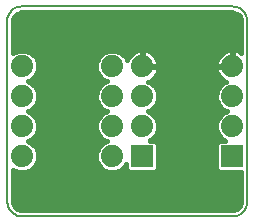
<source format=gtl>
G75*
%MOIN*%
%OFA0B0*%
%FSLAX24Y24*%
%IPPOS*%
%LPD*%
%AMOC8*
5,1,8,0,0,1.08239X$1,22.5*
%
%ADD10C,0.0080*%
%ADD11C,0.0740*%
%ADD12R,0.0740X0.0740*%
%ADD13C,0.0160*%
D10*
X000680Y000200D02*
X007680Y000200D01*
X007724Y000202D01*
X007767Y000208D01*
X007809Y000217D01*
X007851Y000230D01*
X007891Y000247D01*
X007930Y000267D01*
X007967Y000290D01*
X008001Y000317D01*
X008034Y000346D01*
X008063Y000379D01*
X008090Y000413D01*
X008113Y000450D01*
X008133Y000489D01*
X008150Y000529D01*
X008163Y000571D01*
X008172Y000613D01*
X008178Y000656D01*
X008180Y000700D01*
X008180Y006700D01*
X008178Y006744D01*
X008172Y006787D01*
X008163Y006829D01*
X008150Y006871D01*
X008133Y006911D01*
X008113Y006950D01*
X008090Y006987D01*
X008063Y007021D01*
X008034Y007054D01*
X008001Y007083D01*
X007967Y007110D01*
X007930Y007133D01*
X007891Y007153D01*
X007851Y007170D01*
X007809Y007183D01*
X007767Y007192D01*
X007724Y007198D01*
X007680Y007200D01*
X000654Y007200D01*
X000613Y007198D01*
X000572Y007193D01*
X000531Y007184D01*
X000492Y007171D01*
X000454Y007156D01*
X000417Y007136D01*
X000382Y007114D01*
X000349Y007089D01*
X000319Y007061D01*
X000291Y007031D01*
X000266Y006998D01*
X000244Y006963D01*
X000224Y006926D01*
X000209Y006888D01*
X000196Y006849D01*
X000187Y006808D01*
X000182Y006767D01*
X000180Y006726D01*
X000180Y000700D01*
X000182Y000656D01*
X000188Y000613D01*
X000197Y000571D01*
X000210Y000529D01*
X000227Y000489D01*
X000247Y000450D01*
X000270Y000413D01*
X000297Y000379D01*
X000326Y000346D01*
X000359Y000317D01*
X000393Y000290D01*
X000430Y000267D01*
X000469Y000247D01*
X000509Y000230D01*
X000551Y000217D01*
X000593Y000208D01*
X000636Y000202D01*
X000680Y000200D01*
D11*
X000680Y002200D03*
X000680Y003200D03*
X000680Y004200D03*
X000680Y005200D03*
X003680Y005200D03*
X004680Y005200D03*
X004680Y004200D03*
X003680Y004200D03*
X003680Y003200D03*
X004680Y003200D03*
X003680Y002200D03*
X007680Y003200D03*
X007680Y004200D03*
X007680Y005200D03*
D12*
X007680Y002200D03*
X004680Y002200D03*
D13*
X000513Y000451D02*
X000431Y000533D01*
X000386Y000641D01*
X000380Y000700D01*
X000380Y001751D01*
X000575Y001670D01*
X000785Y001670D01*
X000980Y001751D01*
X001129Y001900D01*
X001210Y002095D01*
X001210Y002305D01*
X001129Y002500D01*
X000980Y002649D01*
X000858Y002700D01*
X000980Y002751D01*
X001129Y002900D01*
X001210Y003095D01*
X001210Y003305D01*
X001129Y003500D01*
X000980Y003649D01*
X000858Y003700D01*
X000980Y003751D01*
X001129Y003900D01*
X001210Y004095D01*
X001210Y004305D01*
X001129Y004500D01*
X000980Y004649D01*
X000858Y004700D01*
X000980Y004751D01*
X001129Y004900D01*
X001210Y005095D01*
X001210Y005305D01*
X001129Y005500D01*
X000980Y005649D01*
X000785Y005730D01*
X000575Y005730D01*
X000380Y005649D01*
X000380Y006726D01*
X000385Y006780D01*
X000426Y006878D01*
X000502Y006954D01*
X000600Y006995D01*
X000654Y007000D01*
X007680Y007000D01*
X007739Y006994D01*
X007847Y006949D01*
X007929Y006867D01*
X007974Y006759D01*
X007980Y006700D01*
X007980Y005662D01*
X007968Y005670D01*
X007891Y005710D01*
X007809Y005736D01*
X007723Y005750D01*
X007700Y005750D01*
X007700Y005220D01*
X007660Y005220D01*
X007660Y005750D01*
X007637Y005750D01*
X007551Y005736D01*
X007469Y005710D01*
X007392Y005670D01*
X007322Y005620D01*
X007260Y005558D01*
X007210Y005488D01*
X007170Y005411D01*
X007144Y005329D01*
X007130Y005243D01*
X007130Y005220D01*
X007660Y005220D01*
X007660Y005180D01*
X007130Y005180D01*
X007130Y005157D01*
X007144Y005071D01*
X007170Y004989D01*
X007210Y004912D01*
X007260Y004842D01*
X007322Y004780D01*
X007392Y004730D01*
X007469Y004690D01*
X007474Y004689D01*
X007380Y004649D01*
X007231Y004500D01*
X007150Y004305D01*
X007150Y004095D01*
X007231Y003900D01*
X007380Y003751D01*
X007502Y003700D01*
X007380Y003649D01*
X007231Y003500D01*
X007150Y003305D01*
X007150Y003095D01*
X007231Y002900D01*
X007380Y002751D01*
X007430Y002730D01*
X007244Y002730D01*
X007150Y002636D01*
X007150Y001764D01*
X007244Y001670D01*
X007980Y001670D01*
X007980Y000700D01*
X007974Y000641D01*
X007929Y000533D01*
X007847Y000451D01*
X007739Y000406D01*
X007680Y000400D01*
X000680Y000400D01*
X000621Y000406D01*
X000513Y000451D01*
X000447Y000517D02*
X007913Y000517D01*
X007978Y000676D02*
X000382Y000676D01*
X000380Y000834D02*
X007980Y000834D01*
X007980Y000993D02*
X000380Y000993D01*
X000380Y001151D02*
X007980Y001151D01*
X007980Y001310D02*
X000380Y001310D01*
X000380Y001468D02*
X007980Y001468D01*
X007980Y001627D02*
X000380Y001627D01*
X001015Y001785D02*
X003345Y001785D01*
X003380Y001751D02*
X003575Y001670D01*
X003785Y001670D01*
X003980Y001751D01*
X004129Y001900D01*
X004150Y001950D01*
X004150Y001764D01*
X004244Y001670D01*
X005116Y001670D01*
X005210Y001764D01*
X005210Y002636D01*
X005116Y002730D01*
X004930Y002730D01*
X004980Y002751D01*
X005129Y002900D01*
X005210Y003095D01*
X005210Y003305D01*
X005129Y003500D01*
X004980Y003649D01*
X004858Y003700D01*
X004980Y003751D01*
X005129Y003900D01*
X005210Y004095D01*
X005210Y004305D01*
X005129Y004500D01*
X004980Y004649D01*
X004886Y004689D01*
X004891Y004690D01*
X004968Y004730D01*
X005038Y004780D01*
X005100Y004842D01*
X005150Y004912D01*
X005190Y004989D01*
X005216Y005071D01*
X005230Y005157D01*
X005230Y005180D01*
X004700Y005180D01*
X004700Y005220D01*
X004660Y005220D01*
X004660Y005750D01*
X004637Y005750D01*
X004551Y005736D01*
X004469Y005710D01*
X004392Y005670D01*
X004322Y005620D01*
X004260Y005558D01*
X004210Y005488D01*
X004170Y005411D01*
X004169Y005406D01*
X004129Y005500D01*
X003980Y005649D01*
X003785Y005730D01*
X003575Y005730D01*
X003380Y005649D01*
X003231Y005500D01*
X003150Y005305D01*
X003150Y005095D01*
X003231Y004900D01*
X003380Y004751D01*
X003502Y004700D01*
X003380Y004649D01*
X003231Y004500D01*
X003150Y004305D01*
X003150Y004095D01*
X003231Y003900D01*
X003380Y003751D01*
X003502Y003700D01*
X003380Y003649D01*
X003231Y003500D01*
X003150Y003305D01*
X003150Y003095D01*
X003231Y002900D01*
X003380Y002751D01*
X003502Y002700D01*
X003380Y002649D01*
X003231Y002500D01*
X003150Y002305D01*
X003150Y002095D01*
X003231Y001900D01*
X003380Y001751D01*
X003213Y001944D02*
X001147Y001944D01*
X001210Y002102D02*
X003150Y002102D01*
X003150Y002261D02*
X001210Y002261D01*
X001163Y002419D02*
X003197Y002419D01*
X003308Y002578D02*
X001052Y002578D01*
X000945Y002736D02*
X003415Y002736D01*
X003236Y002895D02*
X001124Y002895D01*
X001193Y003053D02*
X003167Y003053D01*
X003150Y003212D02*
X001210Y003212D01*
X001183Y003370D02*
X003177Y003370D01*
X003259Y003529D02*
X001101Y003529D01*
X000889Y003687D02*
X003471Y003687D01*
X003285Y003846D02*
X001075Y003846D01*
X001172Y004004D02*
X003188Y004004D01*
X003150Y004163D02*
X001210Y004163D01*
X001204Y004321D02*
X003156Y004321D01*
X003222Y004480D02*
X001138Y004480D01*
X000992Y004638D02*
X003368Y004638D01*
X003334Y004797D02*
X001026Y004797D01*
X001152Y004955D02*
X003208Y004955D01*
X003150Y005114D02*
X001210Y005114D01*
X001210Y005272D02*
X003150Y005272D01*
X003202Y005431D02*
X001158Y005431D01*
X001041Y005589D02*
X003319Y005589D01*
X004041Y005589D02*
X004291Y005589D01*
X004180Y005431D02*
X004158Y005431D01*
X004660Y005431D02*
X004700Y005431D01*
X004700Y005589D02*
X004660Y005589D01*
X004660Y005748D02*
X004700Y005748D01*
X004700Y005750D02*
X004700Y005220D01*
X005230Y005220D01*
X005230Y005243D01*
X005216Y005329D01*
X005190Y005411D01*
X005150Y005488D01*
X005100Y005558D01*
X005038Y005620D01*
X004968Y005670D01*
X004891Y005710D01*
X004809Y005736D01*
X004723Y005750D01*
X004700Y005750D01*
X004739Y005748D02*
X007621Y005748D01*
X007660Y005748D02*
X007700Y005748D01*
X007739Y005748D02*
X007980Y005748D01*
X007980Y005906D02*
X000380Y005906D01*
X000380Y006065D02*
X007980Y006065D01*
X007980Y006223D02*
X000380Y006223D01*
X000380Y006382D02*
X007980Y006382D01*
X007980Y006540D02*
X000380Y006540D01*
X000380Y006699D02*
X007980Y006699D01*
X007933Y006857D02*
X000417Y006857D01*
X000380Y005748D02*
X004621Y005748D01*
X005069Y005589D02*
X007291Y005589D01*
X007180Y005431D02*
X005180Y005431D01*
X005225Y005272D02*
X007135Y005272D01*
X007137Y005114D02*
X005223Y005114D01*
X005172Y004955D02*
X007188Y004955D01*
X007306Y004797D02*
X005054Y004797D01*
X004992Y004638D02*
X007368Y004638D01*
X007222Y004480D02*
X005138Y004480D01*
X005204Y004321D02*
X007156Y004321D01*
X007150Y004163D02*
X005210Y004163D01*
X005172Y004004D02*
X007188Y004004D01*
X007285Y003846D02*
X005075Y003846D01*
X004889Y003687D02*
X007471Y003687D01*
X007259Y003529D02*
X005101Y003529D01*
X005183Y003370D02*
X007177Y003370D01*
X007150Y003212D02*
X005210Y003212D01*
X005193Y003053D02*
X007167Y003053D01*
X007236Y002895D02*
X005124Y002895D01*
X004945Y002736D02*
X007415Y002736D01*
X007150Y002578D02*
X005210Y002578D01*
X005210Y002419D02*
X007150Y002419D01*
X007150Y002261D02*
X005210Y002261D01*
X005210Y002102D02*
X007150Y002102D01*
X007150Y001944D02*
X005210Y001944D01*
X005210Y001785D02*
X007150Y001785D01*
X004150Y001785D02*
X004015Y001785D01*
X004147Y001944D02*
X004150Y001944D01*
X004660Y005272D02*
X004700Y005272D01*
X007660Y005272D02*
X007700Y005272D01*
X007700Y005431D02*
X007660Y005431D01*
X007660Y005589D02*
X007700Y005589D01*
M02*

</source>
